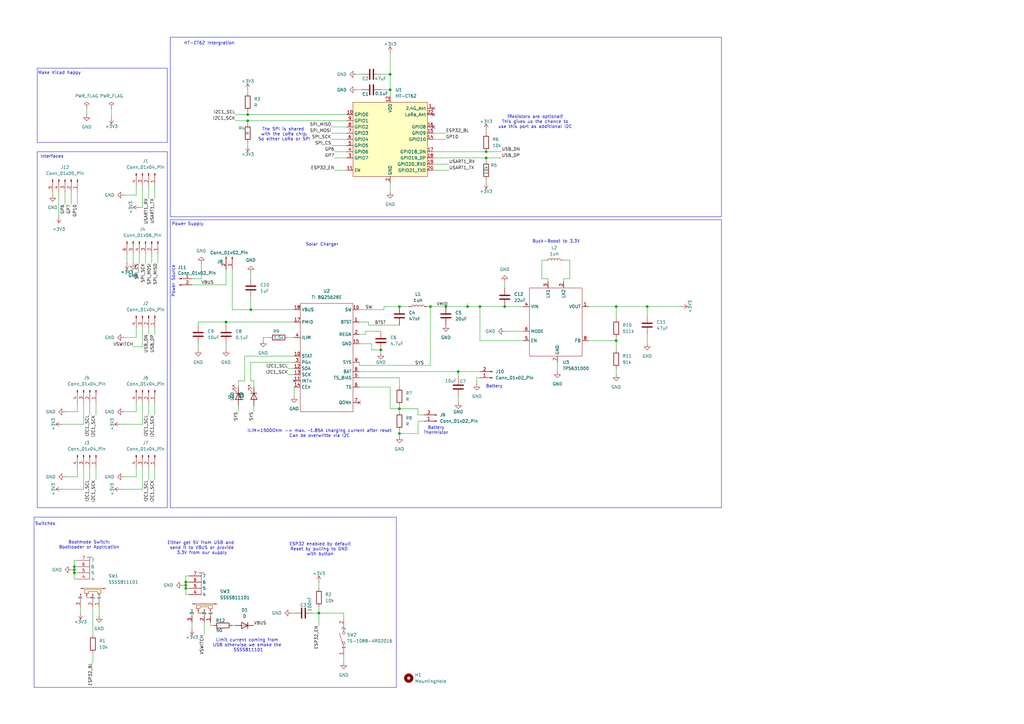
<source format=kicad_sch>
(kicad_sch (version 20250114) (generator "eeschema") (generator_version "9.0")
  (paper "A3")
  (rectangle (start 69.85 15.24) (end 295.91 88.9))
  (rectangle (start 15.24 27.94) (end 68.58 58.42))
  (rectangle (start 15.24 62.23) (end 68.58 208.28))
  (rectangle (start 69.85 90.17) (end 295.91 208.28))
  (rectangle (start 13.97 212.09) (end 162.56 281.94))
  (text "ILIM=1500Ohm -> max. ~1.85A charging current after reset\nCan be overwritte via I2C" (at 131.064 177.8 0) (effects (font (size 1.27 1.27))))
  (text "!Resistors are optional!\nThis gives us the chance to\nuse this port as additional I2C" (at 219.456 50.038 0) (effects (font (size 1.27 1.27))))
  (text "The SPI is shared \nwith the LoRa chip.\nSo either LoRa or SPI" (at 116.586 55.118 0) (effects (font (size 1.27 1.27))))
  (text "Power Source" (at 71.12 115.316 90) (effects (font (size 1.27 1.27))))
  (text "HT-CT62 Intergration" (at 85.852 17.78 0) (effects (font (size 1.27 1.27))))
  (text "Battery\nThermistor" (at 178.816 176.53 0) (effects (font (size 1.27 1.27))))
  (text "Power Supply" (at 76.962 91.948 0) (effects (font (size 1.27 1.27))))
  (text "Bootmode Switch:\nBootloader or Application" (at 36.576 223.52 0) (effects (font (size 1.27 1.27))))
  (text "Buck-Boost to 3.3V" (at 228.092 99.06 0) (effects (font (size 1.27 1.27))))
  (text "Limit current coming from \nUSB otherwise we smoke the \nSSSS811101" (at 101.854 264.668 0) (effects (font (size 1.27 1.27))))
  (text "Battery\n" (at 202.692 158.496 0) (effects (font (size 1.27 1.27))))
  (text "Interfaces" (at 21.336 64.262 0) (effects (font (size 1.27 1.27))))
  (text "ESP32 enabled by default\nReset by pulling to GND \nwith button" (at 131.318 225.298 0) (effects (font (size 1.27 1.27))))
  (text "Make Kicad happy" (at 24.384 29.972 0) (effects (font (size 1.27 1.27))))
  (text "Either get 5V from USB and \nsend it to VBUS or provide\n3.3V from our supply" (at 82.804 224.79 0) (effects (font (size 1.27 1.27))))
  (text "Switches" (at 18.542 214.884 0) (effects (font (size 1.27 1.27))))
  (text "Solar Charger " (at 132.588 100.33 0) (effects (font (size 1.27 1.27))))
  (junction (at 163.83 167.64))
  (junction (at 199.39 62.23))
  (junction (at 252.73 125.73))
  (junction (at 101.6 46.99))
  (junction (at 76.2 241.3))
  (junction (at 92.71 132.08))
  (junction (at 76.2 238.76))
  (junction (at 252.73 139.7))
  (junction (at 102.87 127))
  (junction (at 207.01 125.73))
  (junction (at 156.21 143.51))
  (junction (at 30.48 232.41))
  (junction (at 176.53 125.73))
  (junction (at 130.81 251.46))
  (junction (at 196.85 125.73))
  (junction (at 160.02 30.48))
  (junction (at 76.2 240.03))
  (junction (at 199.39 64.77))
  (junction (at 163.83 177.8))
  (junction (at 182.88 125.73))
  (junction (at 101.6 49.53))
  (junction (at 30.48 233.68))
  (junction (at 160.02 36.83))
  (junction (at 163.83 125.73))
  (junction (at 30.48 234.95))
  (junction (at 187.96 152.4))
  (junction (at 265.43 125.73))
  (junction (at 191.77 125.73))
  (no_connect (at 120.65 156.21))
  (no_connect (at 147.32 165.1))
  (no_connect (at 177.8 44.45))
  (no_connect (at 177.8 46.99))
  (no_connect (at 177.8 52.07))
  (wire (pts (xy 222.25 114.3) (xy 224.79 114.3)))
  (wire (pts (xy 171.45 172.72) (xy 173.99 172.72)))
  (wire (pts (xy 31.75 168.91) (xy 31.75 165.1)))
  (wire (pts (xy 49.53 173.99) (xy 58.42 173.99)))
  (wire (pts (xy 55.88 168.91) (xy 55.88 165.1)))
  (wire (pts (xy 62.23 104.14) (xy 62.23 107.95)))
  (wire (pts (xy 135.89 52.07) (xy 142.24 52.07)))
  (wire (pts (xy 177.8 62.23) (xy 199.39 62.23)))
  (wire (pts (xy 160.02 167.64) (xy 163.83 167.64)))
  (wire (pts (xy 199.39 62.23) (xy 205.74 62.23)))
  (wire (pts (xy 76.2 241.3) (xy 77.47 241.3)))
  (wire (pts (xy 33.02 248.92) (xy 33.02 251.46)))
  (wire (pts (xy 57.15 85.09) (xy 58.42 85.09)))
  (wire (pts (xy 160.02 36.83) (xy 160.02 39.37)))
  (wire (pts (xy 86.36 255.27) (xy 86.36 256.54)))
  (wire (pts (xy 39.37 191.77) (xy 39.37 196.85)))
  (wire (pts (xy 102.87 156.21) (xy 104.14 156.21)))
  (wire (pts (xy 146.05 36.83) (xy 148.59 36.83)))
  (wire (pts (xy 187.96 152.4) (xy 196.85 152.4)))
  (wire (pts (xy 151.13 133.35) (xy 151.13 132.08)))
  (wire (pts (xy 207.01 135.89) (xy 214.63 135.89)))
  (wire (pts (xy 82.55 114.3) (xy 82.55 107.95)))
  (wire (pts (xy 110.49 138.43) (xy 107.95 138.43)))
  (wire (pts (xy 92.71 132.08) (xy 92.71 133.35)))
  (wire (pts (xy 97.79 156.21) (xy 97.79 158.75)))
  (wire (pts (xy 163.83 133.35) (xy 151.13 133.35)))
  (wire (pts (xy 252.73 125.73) (xy 265.43 125.73)))
  (wire (pts (xy 137.16 64.77) (xy 142.24 64.77)))
  (wire (pts (xy 29.21 78.74) (xy 29.21 83.82)))
  (wire (pts (xy 130.81 251.46) (xy 130.81 256.54)))
  (wire (pts (xy 63.5 165.1) (xy 63.5 170.18)))
  (wire (pts (xy 76.2 236.22) (xy 76.2 238.76)))
  (wire (pts (xy 101.6 46.99) (xy 142.24 46.99)))
  (wire (pts (xy 137.16 69.85) (xy 142.24 69.85)))
  (wire (pts (xy 55.88 80.01) (xy 55.88 76.2)))
  (wire (pts (xy 160.02 30.48) (xy 160.02 36.83)))
  (wire (pts (xy 118.11 138.43) (xy 120.65 138.43)))
  (wire (pts (xy 76.2 238.76) (xy 76.2 240.03)))
  (wire (pts (xy 156.21 143.51) (xy 156.21 144.78)))
  (wire (pts (xy 40.64 248.92) (xy 40.64 252.73)))
  (wire (pts (xy 233.68 114.3) (xy 231.14 114.3)))
  (wire (pts (xy 26.67 168.91) (xy 31.75 168.91)))
  (wire (pts (xy 104.14 156.21) (xy 104.14 158.75)))
  (wire (pts (xy 252.73 138.43) (xy 252.73 139.7)))
  (wire (pts (xy 177.8 67.31) (xy 184.15 67.31)))
  (wire (pts (xy 101.6 49.53) (xy 101.6 50.8)))
  (wire (pts (xy 76.2 240.03) (xy 76.2 241.3)))
  (wire (pts (xy 102.87 111.76) (xy 102.87 114.3)))
  (wire (pts (xy 100.33 146.05) (xy 100.33 156.21)))
  (wire (pts (xy 86.36 256.54) (xy 87.63 256.54)))
  (wire (pts (xy 147.32 158.75) (xy 160.02 158.75)))
  (wire (pts (xy 207.01 115.57) (xy 207.01 118.11)))
  (wire (pts (xy 199.39 64.77) (xy 205.74 64.77)))
  (wire (pts (xy 60.96 191.77) (xy 60.96 196.85)))
  (wire (pts (xy 30.48 234.95) (xy 30.48 237.49)))
  (wire (pts (xy 30.48 234.95) (xy 31.75 234.95)))
  (wire (pts (xy 147.32 140.97) (xy 152.4 140.97)))
  (wire (pts (xy 241.3 125.73) (xy 252.73 125.73)))
  (wire (pts (xy 54.61 104.14) (xy 54.61 107.95)))
  (wire (pts (xy 156.21 36.83) (xy 160.02 36.83)))
  (wire (pts (xy 49.53 200.66) (xy 58.42 200.66)))
  (wire (pts (xy 163.83 125.73) (xy 167.64 125.73)))
  (wire (pts (xy 120.65 148.59) (xy 102.87 148.59)))
  (wire (pts (xy 137.16 62.23) (xy 142.24 62.23)))
  (wire (pts (xy 55.88 138.43) (xy 55.88 134.62)))
  (wire (pts (xy 223.52 106.68) (xy 222.25 106.68)))
  (wire (pts (xy 76.2 238.76) (xy 77.47 238.76)))
  (wire (pts (xy 38.1 267.97) (xy 38.1 271.78)))
  (wire (pts (xy 199.39 64.77) (xy 199.39 66.04)))
  (wire (pts (xy 120.65 132.08) (xy 92.71 132.08)))
  (wire (pts (xy 50.8 168.91) (xy 55.88 168.91)))
  (wire (pts (xy 60.96 165.1) (xy 60.96 170.18)))
  (wire (pts (xy 102.87 127) (xy 120.65 127)))
  (wire (pts (xy 176.53 149.86) (xy 176.53 125.73)))
  (wire (pts (xy 171.45 167.64) (xy 171.45 170.18)))
  (wire (pts (xy 149.86 135.89) (xy 156.21 135.89)))
  (wire (pts (xy 199.39 73.66) (xy 199.39 74.93)))
  (wire (pts (xy 30.48 233.68) (xy 30.48 234.95)))
  (wire (pts (xy 35.56 44.45) (xy 35.56 46.99)))
  (wire (pts (xy 140.97 251.46) (xy 130.81 251.46)))
  (wire (pts (xy 252.73 139.7) (xy 241.3 139.7)))
  (wire (pts (xy 45.72 44.45) (xy 45.72 48.26)))
  (wire (pts (xy 196.85 139.7) (xy 196.85 125.73)))
  (wire (pts (xy 63.5 76.2) (xy 63.5 81.28)))
  (wire (pts (xy 50.8 138.43) (xy 55.88 138.43)))
  (wire (pts (xy 152.4 143.51) (xy 156.21 143.51)))
  (wire (pts (xy 231.14 114.3) (xy 231.14 115.57)))
  (wire (pts (xy 130.81 238.76) (xy 130.81 241.3)))
  (wire (pts (xy 120.65 146.05) (xy 100.33 146.05)))
  (wire (pts (xy 92.71 140.97) (xy 92.71 143.51)))
  (wire (pts (xy 160.02 21.59) (xy 160.02 30.48)))
  (wire (pts (xy 58.42 142.24) (xy 54.61 142.24)))
  (wire (pts (xy 187.96 162.56) (xy 187.96 165.1)))
  (wire (pts (xy 21.59 80.01) (xy 21.59 78.74)))
  (wire (pts (xy 34.29 165.1) (xy 34.29 173.99)))
  (wire (pts (xy 58.42 165.1) (xy 58.42 173.99)))
  (wire (pts (xy 24.13 78.74) (xy 24.13 88.9)))
  (wire (pts (xy 199.39 53.34) (xy 199.39 54.61)))
  (wire (pts (xy 163.83 177.8) (xy 163.83 179.07)))
  (wire (pts (xy 135.89 59.69) (xy 142.24 59.69)))
  (wire (pts (xy 128.27 251.46) (xy 130.81 251.46)))
  (wire (pts (xy 191.77 124.46) (xy 191.77 125.73)))
  (wire (pts (xy 76.2 243.84) (xy 77.47 243.84)))
  (wire (pts (xy 191.77 125.73) (xy 196.85 125.73)))
  (wire (pts (xy 176.53 125.73) (xy 182.88 125.73)))
  (wire (pts (xy 147.32 132.08) (xy 151.13 132.08)))
  (wire (pts (xy 140.97 254) (xy 140.97 251.46)))
  (wire (pts (xy 95.25 110.49) (xy 95.25 127)))
  (wire (pts (xy 77.47 236.22) (xy 76.2 236.22)))
  (wire (pts (xy 30.48 232.41) (xy 31.75 232.41)))
  (wire (pts (xy 265.43 125.73) (xy 279.4 125.73)))
  (wire (pts (xy 78.74 255.27) (xy 78.74 257.81)))
  (wire (pts (xy 101.6 45.72) (xy 101.6 46.99)))
  (wire (pts (xy 81.28 132.08) (xy 81.28 133.35)))
  (wire (pts (xy 31.75 195.58) (xy 31.75 191.77)))
  (wire (pts (xy 182.88 125.73) (xy 191.77 125.73)))
  (wire (pts (xy 25.4 173.99) (xy 34.29 173.99)))
  (wire (pts (xy 64.77 104.14) (xy 64.77 107.95)))
  (wire (pts (xy 147.32 149.86) (xy 147.32 148.59)))
  (wire (pts (xy 156.21 30.48) (xy 160.02 30.48)))
  (wire (pts (xy 30.48 232.41) (xy 30.48 233.68)))
  (wire (pts (xy 107.95 138.43) (xy 107.95 139.7)))
  (wire (pts (xy 57.15 104.14) (xy 57.15 107.95)))
  (wire (pts (xy 171.45 170.18) (xy 173.99 170.18)))
  (wire (pts (xy 26.67 78.74) (xy 26.67 83.82)))
  (wire (pts (xy 233.68 106.68) (xy 233.68 114.3)))
  (wire (pts (xy 34.29 191.77) (xy 34.29 200.66)))
  (wire (pts (xy 147.32 137.16) (xy 149.86 137.16)))
  (wire (pts (xy 135.89 57.15) (xy 142.24 57.15)))
  (wire (pts (xy 160.02 158.75) (xy 160.02 167.64)))
  (wire (pts (xy 157.48 125.73) (xy 163.83 125.73)))
  (wire (pts (xy 63.5 191.77) (xy 63.5 196.85)))
  (wire (pts (xy 177.8 69.85) (xy 184.15 69.85)))
  (wire (pts (xy 177.8 57.15) (xy 182.88 57.15)))
  (wire (pts (xy 163.83 167.64) (xy 171.45 167.64)))
  (wire (pts (xy 92.71 110.49) (xy 92.71 116.84)))
  (wire (pts (xy 39.37 165.1) (xy 39.37 170.18)))
  (wire (pts (xy 92.71 132.08) (xy 81.28 132.08)))
  (wire (pts (xy 171.45 177.8) (xy 171.45 172.72)))
  (wire (pts (xy 265.43 137.16) (xy 265.43 140.97)))
  (wire (pts (xy 135.89 54.61) (xy 142.24 54.61)))
  (wire (pts (xy 265.43 125.73) (xy 265.43 129.54)))
  (wire (pts (xy 147.32 127) (xy 157.48 127)))
  (wire (pts (xy 29.21 233.68) (xy 30.48 233.68)))
  (wire (pts (xy 222.25 106.68) (xy 222.25 114.3)))
  (wire (pts (xy 30.48 237.49) (xy 31.75 237.49)))
  (wire (pts (xy 163.83 177.8) (xy 171.45 177.8)))
  (wire (pts (xy 36.83 191.77) (xy 36.83 196.85)))
  (wire (pts (xy 83.82 255.27) (xy 83.82 260.35)))
  (wire (pts (xy 195.58 157.48) (xy 195.58 154.94)))
  (wire (pts (xy 36.83 165.1) (xy 36.83 170.18)))
  (wire (pts (xy 101.6 36.83) (xy 101.6 38.1)))
  (wire (pts (xy 147.32 152.4) (xy 187.96 152.4)))
  (wire (pts (xy 63.5 134.62) (xy 63.5 137.16)))
  (wire (pts (xy 55.88 195.58) (xy 55.88 191.77)))
  (wire (pts (xy 157.48 127) (xy 157.48 125.73)))
  (wire (pts (xy 60.96 134.62) (xy 60.96 137.16)))
  (wire (pts (xy 207.01 125.73) (xy 214.63 125.73)))
  (wire (pts (xy 100.33 156.21) (xy 97.79 156.21)))
  (wire (pts (xy 224.79 114.3) (xy 224.79 115.57)))
  (wire (pts (xy 196.85 139.7) (xy 214.63 139.7)))
  (wire (pts (xy 163.83 176.53) (xy 163.83 177.8)))
  (wire (pts (xy 96.52 49.53) (xy 101.6 49.53)))
  (wire (pts (xy 195.58 154.94) (xy 196.85 154.94)))
  (wire (pts (xy 146.05 30.48) (xy 148.59 30.48)))
  (wire (pts (xy 74.93 240.03) (xy 76.2 240.03)))
  (wire (pts (xy 50.8 80.01) (xy 55.88 80.01)))
  (wire (pts (xy 38.1 248.92) (xy 38.1 260.35)))
  (wire (pts (xy 147.32 154.94) (xy 163.83 154.94)))
  (wire (pts (xy 231.14 106.68) (xy 233.68 106.68)))
  (wire (pts (xy 118.11 151.13) (xy 120.65 151.13)))
  (wire (pts (xy 78.74 114.3) (xy 82.55 114.3)))
  (wire (pts (xy 26.67 195.58) (xy 31.75 195.58)))
  (wire (pts (xy 175.26 125.73) (xy 176.53 125.73)))
  (wire (pts (xy 119.38 251.46) (xy 120.65 251.46)))
  (wire (pts (xy 81.28 140.97) (xy 81.28 143.51)))
  (wire (pts (xy 252.73 151.13) (xy 252.73 153.67)))
  (wire (pts (xy 187.96 152.4) (xy 187.96 154.94)))
  (wire (pts (xy 140.97 269.24) (xy 140.97 271.78)))
  (wire (pts (xy 228.6 148.59) (xy 228.6 152.4)))
  (wire (pts (xy 96.52 46.99) (xy 101.6 46.99)))
  (wire (pts (xy 95.25 127) (xy 102.87 127)))
  (wire (pts (xy 160.02 74.93) (xy 160.02 78.74)))
  (wire (pts (xy 60.96 76.2) (xy 60.96 81.28)))
  (wire (pts (xy 130.81 248.92) (xy 130.81 251.46)))
  (wire (pts (xy 163.83 154.94) (xy 163.83 158.75)))
  (wire (pts (xy 252.73 139.7) (xy 252.73 143.51)))
  (wire (pts (xy 163.83 167.64) (xy 163.83 166.37)))
  (wire (pts (xy 50.8 195.58) (xy 55.88 195.58)))
  (wire (pts (xy 102.87 121.92) (xy 102.87 127)))
  (wire (pts (xy 76.2 241.3) (xy 76.2 243.84)))
  (wire (pts (xy 101.6 58.42) (xy 101.6 59.69)))
  (wire (pts (xy 163.83 167.64) (xy 163.83 168.91)))
  (wire (pts (xy 58.42 191.77) (xy 58.42 200.66)))
  (wire (pts (xy 177.8 54.61) (xy 182.88 54.61)))
  (wire (pts (xy 104.14 166.37) (xy 104.14 168.91)))
  (wire (pts (xy 102.87 148.59) (xy 102.87 156.21)))
  (wire (pts (xy 118.11 153.67) (xy 120.65 153.67)))
  (wire (pts (xy 97.79 166.37) (xy 97.79 168.91)))
  (wire (pts (xy 147.32 149.86) (xy 176.53 149.86)))
  (wire (pts (xy 52.07 104.14) (xy 52.07 107.95)))
  (wire (pts (xy 58.42 134.62) (xy 58.42 142.24)))
  (wire (pts (xy 58.42 76.2) (xy 58.42 85.09)))
  (wire (pts (xy 59.69 104.14) (xy 59.69 107.95)))
  (wire (pts (xy 30.48 229.87) (xy 30.48 232.41)))
  (wire (pts (xy 196.85 125.73) (xy 207.01 125.73)))
  (wire (pts (xy 101.6 49.53) (xy 142.24 49.53)))
  (wire (pts (xy 78.74 116.84) (xy 92.71 116.84)))
  (wire (pts (xy 31.75 229.87) (xy 30.48 229.87)))
  (wire (pts (xy 149.86 137.16) (xy 149.86 135.89)))
  (wire (pts (xy 177.8 64.77) (xy 199.39 64.77)))
  (wire (pts (xy 31.75 78.74) (xy 31.75 83.82)))
  (wire (pts (xy 95.25 256.54) (xy 96.52 256.54)))
  (wire (pts (xy 25.4 200.66) (xy 34.29 200.66)))
  (wire (pts (xy 252.73 125.73) (xy 252.73 130.81)))
  (wire (pts (xy 152.4 140.97) (xy 152.4 143.51)))
  (wire (pts (xy 120.65 158.75) (xy 120.65 162.56)))
  (label "SPI_CS" (at 135.89 59.69 180))
  (label "ESP32_EN" (at 130.81 256.54 270))
  (label "GP10" (at 182.88 57.15 0))
  (label "SYS" (at 97.79 168.91 270))
  (label "USB_DN" (at 60.96 137.16 270))
  (label "GP7" (at 29.21 83.82 270))
  (label "SPI_SCK" (at 59.69 107.95 270))
  (label "I2C1_SCK" (at 63.5 196.85 270))
  (label "I2C1_SCK" (at 39.37 196.85 270))
  (label "GP6" (at 26.67 83.82 270))
  (label "USART1_TX" (at 184.15 69.85 0))
  (label "SPI_MISO" (at 64.77 107.95 270))
  (label "ESP32_BL" (at 182.88 54.61 0))
  (label "USART1_RX" (at 60.96 81.28 270))
  (label "SPI_MISO" (at 135.89 52.07 180))
  (label "ESP32_EN" (at 137.16 69.85 180))
  (label "USB_DP" (at 63.5 137.16 270))
  (label "GP10" (at 31.75 83.82 270))
  (label "SYS" (at 104.14 168.91 270))
  (label "VBUS" (at 104.14 256.54 0))
  (label "ESP32_BL" (at 38.1 271.78 270))
  (label "SPI_MOSI" (at 135.89 54.61 180))
  (label "GP6" (at 137.16 62.23 180))
  (label "VSWITCH" (at 54.61 142.24 180))
  (label "I2C1_SCL" (at 36.83 170.18 270))
  (label "I2C1_SCL" (at 96.52 46.99 180))
  (label "I2C1_SCK" (at 63.5 170.18 270))
  (label "I2C1_SCL" (at 118.11 151.13 180))
  (label "USB_DN" (at 205.74 62.23 0))
  (label "SPI_MOSI" (at 62.23 107.95 270))
  (label "SPI_CS" (at 57.15 107.95 270))
  (label "VSWITCH" (at 83.82 260.35 270))
  (label "I2C1_SCK" (at 96.52 49.53 180))
  (label "USART1_TX" (at 63.5 81.28 270))
  (label "I2C1_SCK" (at 39.37 170.18 270))
  (label "VMID" (at 179.07 125.73 0))
  (label "I2C1_SCL" (at 60.96 170.18 270))
  (label "VBUS" (at 82.55 116.84 0))
  (label "SYS" (at 170.18 149.86 0))
  (label "GP7" (at 137.16 64.77 180))
  (label "I2C1_SCL" (at 60.96 196.85 270))
  (label "SW" (at 149.86 127 0))
  (label "I2C1_SCK" (at 118.11 153.67 180))
  (label "USB_DP" (at 205.74 64.77 0))
  (label "I2C1_SCL" (at 36.83 196.85 270))
  (label "SPI_SCK" (at 135.89 57.15 180))
  (label "USART1_RX" (at 184.15 67.31 0))
  (label "BTST" (at 153.67 133.35 0))
  (symbol (lib_id "Device:R") (at 163.83 162.56 0) (unit 1)
    (property "Reference" "R7" (at 166.37 161.2899 0) (effects (justify left)))
    (property "Value" "R" (at 166.37 163.8299 0) (effects (justify left)))
    (property "Footprint" "Resistor_SMD:R_0603_1608Metric_Pad0.98x0.95mm_HandSolder" (effects (hide yes)))
    (property "Description" "Resistor" (effects (hide yes)))
  )
  (symbol (lib_id "Device:R") (at 114.3 138.43 90) (unit 1)
    (property "Reference" "R9" (at 113.284 135.89 90))
    (property "Value" "1.5k" (at 114.3 138.43 90))
    (property "Footprint" "Resistor_SMD:R_0603_1608Metric_Pad0.98x0.95mm_HandSolder" (effects (hide yes)))
    (property "Description" "Resistor" (effects (hide yes)))
  )
  (symbol (lib_id "power:PWR_FLAG") (at 45.72 44.45 0) (unit 1)
    (property "Reference" "#FLG01" (effects (hide yes)))
    (property "Value" "PWR_FLAG" (at 45.72 39.37 0))
    (property "Description" "Special symbol for telling ERC where power comes from" (effects (hide yes)))
  )
  (symbol (lib_id "power:GND") (at 40.64 252.73 0) (unit 1)
    (property "Reference" "#PWR07" (effects (hide yes)))
    (property "Value" "GND" (at 40.64 257.81 0))
    (property "Description" "Power symbol creates a global label with name \"GND\" , ground" (effects (hide yes)))
  )
  (symbol (lib_id "Device:R") (at 38.1 264.16 0) (unit 1)
    (property "Reference" "R1" (at 40.64 262.8899 0) (effects (justify left)))
    (property "Value" "10k" (at 40.64 265.4299 0) (effects (justify left)))
    (property "Footprint" "Resistor_SMD:R_0603_1608Metric_Pad0.98x0.95mm_HandSolder" (effects (hide yes)))
    (property "Description" "Resistor" (effects (hide yes)))
  )
  (symbol (lib_id "library:TI_BQ25628E") (at 116.84 121.92 0) (unit 1)
    (property "Reference" "U2" (at 133.985 119.38 0))
    (property "Value" "TI BQ25628E" (at 133.985 121.92 0))
    (property "Footprint" "library:BQ25622ERYKR" (effects (hide yes)))
  )
  (symbol (lib_id "power:GND") (at 107.95 139.7 0) (unit 1)
    (property "Reference" "#PWR041" (effects (hide yes)))
    (property "Value" "GND" (at 107.95 144.78 0))
    (property "Description" "Power symbol creates a global label with name \"GND\" , ground" (effects (hide yes)))
  )
  (symbol (lib_id "power:+3V3") (at 78.74 257.81 180) (unit 1)
    (property "Reference" "#PWR016" (effects (hide yes)))
    (property "Value" "+3V3" (at 78.74 261.366 0))
    (property "Description" "Power symbol creates a global label with name \"+3V3\"" (effects (hide yes)))
  )
  (symbol (lib_id "power:GND") (at 163.83 179.07 0) (unit 1)
    (property "Reference" "#PWR034" (effects (hide yes)))
    (property "Value" "GND" (at 163.83 184.15 0))
    (property "Description" "Power symbol creates a global label with name \"GND\" , ground" (effects (hide yes)))
  )
  (symbol (lib_id "power:+3V3") (at 52.07 107.95 180) (unit 1)
    (property "Reference" "#PWR018" (effects (hide yes)))
    (property "Value" "+3V3" (at 52.07 111.506 0))
    (property "Description" "Power symbol creates a global label with name \"+3V3\"" (effects (hide yes)))
  )
  (symbol (lib_id "Connector:Conn_01x02_Pin") (at 201.93 154.94 180) (unit 1)
    (property "Reference" "J10" (at 203.2 152.3999 0) (effects (justify right)))
    (property "Value" "Conn_01x02_Pin" (at 203.2 154.9399 0) (effects (justify right)))
    (property "Footprint" "Connector_JST:JST_PH_B2B-PH-K_1x02_P2.00mm_Vertical" (effects (hide yes)))
    (property "Description" "Generic connector, single row, 01x02, script generated" (effects (hide yes)))
  )
  (symbol (lib_id "Connector:Conn_01x04_Pin") (at 60.96 186.69 270) (unit 1)
    (property "Reference" "J7" (at 59.69 181.61 90))
    (property "Value" "Conn_01x04_Pin" (at 59.69 184.15 90))
    (property "Footprint" "Connector_JST:JST_PH_B4B-PH-K_1x04_P2.00mm_Vertical" (effects (hide yes)))
    (property "Description" "Generic connector, single row, 01x04, script generated" (effects (hide yes)))
  )
  (symbol (lib_id "Device:R") (at 252.73 147.32 0) (unit 1)
    (property "Reference" "R11" (at 255.27 146.0499 0) (effects (justify left)))
    (property "Value" "91k" (at 255.27 148.5899 0) (effects (justify left)))
    (property "Footprint" "Resistor_SMD:R_0603_1608Metric_Pad0.98x0.95mm_HandSolder" (effects (hide yes)))
    (property "Description" "Resistor" (effects (hide yes)))
  )
  (symbol (lib_id "power:GND") (at 195.58 157.48 0) (unit 1)
    (property "Reference" "#PWR035" (effects (hide yes)))
    (property "Value" "GND" (at 195.58 162.56 0))
    (property "Description" "Power symbol creates a global label with name \"GND\" , ground" (effects (hide yes)))
  )
  (symbol (lib_id "Device:R") (at 199.39 69.85 0) (unit 1)
    (property "Reference" "R5" (at 201.168 67.818 0) (effects (justify left)))
    (property "Value" "10k" (at 199.39 69.85 90))
    (property "Footprint" "Resistor_SMD:R_0603_1608Metric_Pad0.98x0.95mm_HandSolder" (effects (hide yes)))
    (property "Description" "Resistor" (effects (hide yes)))
  )
  (symbol (lib_id "Connector:Conn_01x06_Pin") (at 59.69 99.06 270) (unit 1)
    (property "Reference" "J4" (at 58.42 93.98 90))
    (property "Value" "Conn_01x06_Pin" (at 58.42 96.52 90))
    (property "Footprint" "Connector_JST:JST_PH_B6B-PH-K_1x06_P2.00mm_Vertical" (effects (hide yes)))
    (property "Description" "Generic connector, single row, 01x06, script generated" (effects (hide yes)))
  )
  (symbol (lib_id "power:GND") (at 146.05 36.83 270) (unit 1)
    (property "Reference" "#PWR03" (effects (hide yes)))
    (property "Value" "GND" (at 142.24 36.8299 90) (effects (justify right)))
    (property "Description" "Power symbol creates a global label with name \"GND\" , ground" (effects (hide yes)))
  )
  (symbol (lib_id "power:+3V3") (at 199.39 74.93 180) (unit 1)
    (property "Reference" "#PWR028" (effects (hide yes)))
    (property "Value" "+3V3" (at 199.39 78.486 0))
    (property "Description" "Power symbol creates a global label with name \"+3V3\"" (effects (hide yes)))
  )
  (symbol (lib_id "Device:C") (at 207.01 121.92 0) (unit 1)
    (property "Reference" "C12" (at 210.82 120.6499 0) (effects (justify left)))
    (property "Value" "22uF" (at 210.82 123.1899 0) (effects (justify left)))
    (property "Footprint" "Capacitor_SMD:C_0603_1608Metric_Pad1.08x0.95mm_HandSolder" (effects (hide yes)))
    (property "Description" "Unpolarized capacitor" (effects (hide yes)))
  )
  (symbol (lib_id "power:+3V3") (at 160.02 21.59 0) (unit 1)
    (property "Reference" "#PWR02" (effects (hide yes)))
    (property "Value" "+3V3" (at 160.02 18.034 0))
    (property "Description" "Power symbol creates a global label with name \"+3V3\"" (effects (hide yes)))
  )
  (symbol (lib_id "power:GND") (at 26.67 168.91 270) (unit 1)
    (property "Reference" "#PWR020" (effects (hide yes)))
    (property "Value" "GND" (at 22.86 168.9099 90) (effects (justify right)))
    (property "Description" "Power symbol creates a global label with name \"GND\" , ground" (effects (hide yes)))
  )
  (symbol (lib_id "Device:C") (at 182.88 129.54 180) (unit 1)
    (property "Reference" "C5" (at 186.69 128.2699 0) (effects (justify right)))
    (property "Value" "20uF" (at 186.69 130.8099 0) (effects (justify right)))
    (property "Footprint" "Capacitor_SMD:C_0603_1608Metric_Pad1.08x0.95mm_HandSolder" (effects (hide yes)))
    (property "Description" "Unpolarized capacitor" (effects (hide yes)))
  )
  (symbol (lib_id "Device:C") (at 152.4 30.48 90) (unit 1)
    (property "Reference" "C2" (at 149.86 32.258 90))
    (property "Value" "47uF" (at 158.496 32.258 90) (effects (justify left)))
    (property "Footprint" "Resistor_SMD:R_1206_3216Metric_Pad1.30x1.75mm_HandSolder" (effects (hide yes)))
    (property "Description" "Unpolarized capacitor" (effects (hide yes)))
  )
  (symbol (lib_id "Device:R") (at 130.81 245.11 0) (unit 1)
    (property "Reference" "R2" (at 133.35 243.8399 0) (effects (justify left)))
    (property "Value" "10k" (at 133.35 246.3799 0) (effects (justify left)))
    (property "Footprint" "Resistor_SMD:R_0603_1608Metric_Pad0.98x0.95mm_HandSolder" (effects (hide yes)))
    (property "Description" "Resistor" (effects (hide yes)))
  )
  (symbol (lib_id "power:GND") (at 119.38 251.46 270) (unit 1)
    (property "Reference" "#PWR029" (effects (hide yes)))
    (property "Value" "GND" (at 115.57 251.4599 90) (effects (justify right)))
    (property "Description" "Power symbol creates a global label with name \"GND\" , ground" (effects (hide yes)))
  )
  (symbol (lib_id "power:+3V3") (at 49.53 200.66 90) (unit 1)
    (property "Reference" "#PWR023" (effects (hide yes)))
    (property "Value" "+3V3" (at 45.974 200.66 0))
    (property "Description" "Power symbol creates a global label with name \"+3V3\"" (effects (hide yes)))
  )
  (symbol (lib_id "Device:LED") (at 104.14 162.56 270) (unit 1)
    (property "Reference" "D3" (at 97.536 162.306 90) (effects (justify left)))
    (property "Value" "LED" (at 99.06 162.56 0))
    (property "Footprint" "LED_SMD:LED_0805_2012Metric_Pad1.15x1.40mm_HandSolder" (effects (hide yes)))
    (property "Description" "Light emitting diode" (effects (hide yes)))
    (property "Sim.Pins" "1=K 2=A" (effects (hide yes)))
  )
  (symbol (lib_id "power:GND") (at 26.67 195.58 270) (unit 1)
    (property "Reference" "#PWR015" (effects (hide yes)))
    (property "Value" "GND" (at 22.86 195.5799 90) (effects (justify right)))
    (property "Description" "Power symbol creates a global label with name \"GND\" , ground" (effects (hide yes)))
  )
  (symbol (lib_id "power:GND") (at 92.71 143.51 0) (unit 1)
    (property "Reference" "#PWR038" (effects (hide yes)))
    (property "Value" "GND" (at 92.71 148.59 0))
    (property "Description" "Power symbol creates a global label with name \"GND\" , ground" (effects (hide yes)))
  )
  (symbol (lib_id "Device:L") (at 227.33 106.68 90) (unit 1)
    (property "Reference" "L2" (at 227.33 101.6 90))
    (property "Value" "1uH" (at 227.33 104.14 90))
    (property "Footprint" "Inductor_SMD:L_1008_2520Metric_Pad1.43x2.20mm_HandSolder" (effects (hide yes)))
    (property "Description" "Inductor" (effects (hide yes)))
  )
  (symbol (lib_id "Connector:Conn_01x02_Pin") (at 179.07 172.72 180) (unit 1)
    (property "Reference" "J9" (at 180.34 170.1799 0) (effects (justify right)))
    (property "Value" "Conn_01x02_Pin" (at 180.34 172.7199 0) (effects (justify right)))
    (property "Footprint" "Connector_JST:JST_PH_B2B-PH-K_1x02_P2.00mm_Vertical" (effects (hide yes)))
    (property "Description" "Generic connector, single row, 01x02, script generated" (effects (hide yes)))
  )
  (symbol (lib_id "power:GND") (at 50.8 168.91 270) (unit 1)
    (property "Reference" "#PWR022" (effects (hide yes)))
    (property "Value" "GND" (at 46.99 168.9099 90) (effects (justify right)))
    (property "Description" "Power symbol creates a global label with name \"GND\" , ground" (effects (hide yes)))
  )
  (symbol (lib_id "power:GND") (at 146.05 30.48 270) (unit 1)
    (property "Reference" "#PWR04" (effects (hide yes)))
    (property "Value" "GND" (at 142.24 30.4799 90) (effects (justify right)))
    (property "Description" "Power symbol creates a global label with name \"GND\" , ground" (effects (hide yes)))
  )
  (symbol (lib_id "power:GND") (at 140.97 271.78 0) (unit 1)
    (property "Reference" "#PWR010" (effects (hide yes)))
    (property "Value" "GND" (at 140.97 276.86 0))
    (property "Description" "Power symbol creates a global label with name \"GND\" , ground" (effects (hide yes)))
  )
  (symbol (lib_id "power:GND") (at 102.87 111.76 180) (unit 1)
    (property "Reference" "#PWR040" (effects (hide yes)))
    (property "Value" "GND" (at 102.87 106.68 0))
    (property "Description" "Power symbol creates a global label with name \"GND\" , ground" (effects (hide yes)))
  )
  (symbol (lib_id "power:+3V3") (at 101.6 36.83 0) (unit 1)
    (property "Reference" "#PWR026" (effects (hide yes)))
    (property "Value" "+3V3" (at 101.6 33.274 0))
    (property "Description" "Power symbol creates a global label with name \"+3V3\"" (effects (hide yes)))
  )
  (symbol (lib_id "power:GND") (at 156.21 144.78 0) (unit 1)
    (property "Reference" "#PWR033" (effects (hide yes)))
    (property "Value" "GND" (at 156.21 148.59 0))
    (property "Description" "Power symbol creates a global label with name \"GND\" , ground" (effects (hide yes)))
  )
  (symbol (lib_id "Device:R") (at 101.6 54.61 0) (unit 1)
    (property "Reference" "R4" (at 97.79 52.578 0) (effects (justify left)))
    (property "Value" "R" (at 101.6 54.61 90))
    (property "Footprint" "Resistor_SMD:R_0603_1608Metric_Pad0.98x0.95mm_HandSolder" (effects (hide yes)))
    (property "Description" "Resistor" (effects (hide yes)))
  )
  (symbol (lib_id "power:+3V3") (at 57.15 85.09 90) (unit 1)
    (property "Reference" "#PWR012" (effects (hide yes)))
    (property "Value" "+3V3" (at 53.594 85.09 0))
    (property "Description" "Power symbol creates a global label with name \"+3V3\"" (effects (hide yes)))
  )
  (symbol (lib_id "power:GND") (at 50.8 195.58 270) (unit 1)
    (property "Reference" "#PWR024" (effects (hide yes)))
    (property "Value" "GND" (at 46.99 195.5799 90) (effects (justify right)))
    (property "Description" "Power symbol creates a global label with name \"GND\" , ground" (effects (hide yes)))
  )
  (symbol (lib_id "power:GND") (at 29.21 233.68 270) (unit 1)
    (property "Reference" "#PWR05" (effects (hide yes)))
    (property "Value" "GND" (at 25.4 233.6799 90) (effects (justify right)))
    (property "Description" "Power symbol creates a global label with name \"GND\" , ground" (effects (hide yes)))
  )
  (symbol (lib_id "Device:LED") (at 97.79 162.56 270) (unit 1)
    (property "Reference" "D2" (at 93.472 162.814 90) (effects (justify left)))
    (property "Value" "LED" (at 95.25 162.56 0))
    (property "Footprint" "LED_SMD:LED_0805_2012Metric_Pad1.15x1.40mm_HandSolder" (effects (hide yes)))
    (property "Description" "Light emitting diode" (effects (hide yes)))
    (property "Sim.Pins" "1=K 2=A" (effects (hide yes)))
  )
  (symbol (lib_id "power:+3V3") (at 130.81 238.76 0) (unit 1)
    (property "Reference" "#PWR09" (effects (hide yes)))
    (property "Value" "+3V3" (at 130.81 235.204 0))
    (property "Description" "Power symbol creates a global label with name \"+3V3\"" (effects (hide yes)))
  )
  (symbol (lib_id "power:GND") (at 81.28 143.51 0) (unit 1)
    (property "Reference" "#PWR037" (effects (hide yes)))
    (property "Value" "GND" (at 81.28 148.59 0))
    (property "Description" "Power symbol creates a global label with name \"GND\" , ground" (effects (hide yes)))
  )
  (symbol (lib_id "power:GND") (at 182.88 133.35 0) (unit 1)
    (property "Reference" "#PWR032" (effects (hide yes)))
    (property "Value" "GND" (at 182.88 138.43 0))
    (property "Description" "Power symbol creates a global label with name \"GND\" , ground" (effects (hide yes)))
  )
  (symbol (lib_id "power:GND") (at 228.6 152.4 0) (unit 1)
    (property "Reference" "#PWR046" (effects (hide yes)))
    (property "Value" "GND" (at 228.6 157.48 0))
    (property "Description" "Power symbol creates a global label with name \"GND\" , ground" (effects (hide yes)))
  )
  (symbol (lib_id "power:GND") (at 54.61 107.95 0) (unit 1)
    (property "Reference" "#PWR017" (effects (hide yes)))
    (property "Value" "GND" (at 54.61 113.03 0))
    (property "Description" "Power symbol creates a global label with name \"GND\" , ground" (effects (hide yes)))
  )
  (symbol (lib_id "power:GND") (at 21.59 80.01 0) (unit 1)
    (property "Reference" "#PWR050" (effects (hide yes)))
    (property "Value" "GND" (at 21.59 85.09 0))
    (property "Description" "Power symbol creates a global label with name \"GND\" , ground" (effects (hide yes)))
  )
  (symbol (lib_id "Connector:Conn_01x04_Pin") (at 60.96 129.54 270) (unit 1)
    (property "Reference" "J2" (at 59.69 124.46 90))
    (property "Value" "Conn_01x04_Pin" (at 59.69 127 90))
    (property "Footprint" "Connector_JST:JST_PH_B4B-PH-K_1x04_P2.00mm_Vertical" (effects (hide yes)))
    (property "Description" "Generic connector, single row, 01x04, script generated" (effects (hide yes)))
  )
  (symbol (lib_id "power:GND") (at 207.01 135.89 270) (unit 1)
    (property "Reference" "#PWR049" (effects (hide yes)))
    (property "Value" "GND" (at 203.2 135.8899 90) (effects (justify right)))
    (property "Description" "Power symbol creates a global label with name \"GND\" , ground" (effects (hide yes)))
  )
  (symbol (lib_id "Connector:Conn_01x05_Pin") (at 26.67 73.66 270) (unit 1)
    (property "Reference" "J12" (at 26.67 68.58 90))
    (property "Value" "Conn_01x05_Pin" (at 26.67 71.12 90))
    (property "Footprint" "Connector_JST:JST_PH_B5B-PH-K_1x05_P2.00mm_Vertical" (effects (hide yes)))
    (property "Description" "Generic connector, single row, 01x05, script generated" (effects (hide yes)))
  )
  (symbol (lib_id "power:+3V3") (at 25.4 200.66 90) (unit 1)
    (property "Reference" "#PWR014" (effects (hide yes)))
    (property "Value" "+3V3" (at 21.844 200.66 0))
    (property "Description" "Power symbol creates a global label with name \"+3V3\"" (effects (hide yes)))
  )
  (symbol (lib_id "Device:C") (at 92.71 137.16 180) (unit 1)
    (property "Reference" "C8" (at 96.52 135.8899 0) (effects (justify right)))
    (property "Value" "0.1uF" (at 96.52 138.4299 0) (effects (justify right)))
    (property "Footprint" "Capacitor_SMD:C_0603_1608Metric_Pad1.08x0.95mm_HandSolder" (effects (hide yes)))
    (property "Description" "Unpolarized capacitor" (effects (hide yes)))
  )
  (symbol (lib_id "power:+3V3") (at 199.39 53.34 0) (unit 1)
    (property "Reference" "#PWR027" (effects (hide yes)))
    (property "Value" "+3V3" (at 199.39 49.784 0))
    (property "Description" "Power symbol creates a global label with name \"+3V3\"" (effects (hide yes)))
  )
  (symbol (lib_id "power:PWR_FLAG") (at 35.56 44.45 0) (unit 1)
    (property "Reference" "#FLG02" (effects (hide yes)))
    (property "Value" "PWR_FLAG" (at 35.56 39.37 0))
    (property "Description" "Special symbol for telling ERC where power comes from" (effects (hide yes)))
  )
  (symbol (lib_id "library:SSSS811101") (at 85.09 251.46 180) (unit 1)
    (property "Reference" "SW3" (at 90.17 242.5699 0) (effects (justify right)))
    (property "Value" "SSSS811101" (at 90.17 245.1099 0) (effects (justify right)))
    (property "Footprint" "library:SW-SMD_SSSS811101" (effects (hide yes)))
    (property "Datasheet" "https://lcsc.com/product-detail/Toggle-Switches_ALPS_SSSS811101_SSSS811101_C109335.html" (effects (hide yes)))
    (property "LCSC Part" "C109335" (effects (hide yes)))
  )
  (symbol (lib_id "power:GND") (at 252.73 153.67 0) (unit 1)
    (property "Reference" "#PWR045" (effects (hide yes)))
    (property "Value" "GND" (at 252.73 158.75 0))
    (property "Description" "Power symbol creates a global label with name \"GND\" , ground" (effects (hide yes)))
  )
  (symbol (lib_id "power:+3V3") (at 101.6 59.69 180) (unit 1)
    (property "Reference" "#PWR025" (effects (hide yes)))
    (property "Value" "+3V3" (at 101.6 63.246 0))
    (property "Description" "Power symbol creates a global label with name \"+3V3\"" (effects (hide yes)))
  )
  (symbol (lib_id "power:GND") (at 207.01 115.57 180) (unit 1)
    (property "Reference" "#PWR031" (effects (hide yes)))
    (property "Value" "GND" (at 207.01 110.49 0))
    (property "Description" "Power symbol creates a global label with name \"GND\" , ground" (effects (hide yes)))
  )
  (symbol (lib_id "Device:C") (at 152.4 36.83 90) (unit 1)
    (property "Reference" "C1" (at 149.86 38.608 90))
    (property "Value" "0.1uF" (at 159.258 38.354 90) (effects (justify left)))
    (property "Footprint" "Capacitor_SMD:C_0603_1608Metric_Pad1.08x0.95mm_HandSolder" (effects (hide yes)))
    (property "Description" "Unpolarized capacitor" (effects (hide yes)))
  )
  (symbol (lib_id "Device:C") (at 124.46 251.46 90) (unit 1)
    (property "Reference" "C3" (at 124.46 248.158 90))
    (property "Value" "100nF" (at 127 250.825 0) (effects (justify left)))
    (property "Footprint" "Capacitor_SMD:C_0603_1608Metric_Pad1.08x0.95mm_HandSolder" (effects (hide yes)))
    (property "Description" "Unpolarized capacitor" (effects (hide yes)))
  )
  (symbol (lib_id "Device:R") (at 91.44 256.54 90) (unit 1)
    (property "Reference" "R12" (at 90.424 254.508 90))
    (property "Value" "50" (at 89.916 258.572 90))
    (property "Footprint" "Resistor_SMD:R_0603_1608Metric_Pad0.98x0.95mm_HandSolder" (effects (hide yes)))
    (property "Description" "Resistor" (effects (hide yes)))
  )
  (symbol (lib_id "Connector:Conn_01x04_Pin") (at 60.96 160.02 270) (unit 1)
    (property "Reference" "J6" (at 59.69 154.94 90))
    (property "Value" "Conn_01x04_Pin" (at 59.69 157.48 90))
    (property "Footprint" "Connector_JST:JST_PH_B4B-PH-K_1x04_P2.00mm_Vertical" (effects (hide yes)))
    (property "Description" "Generic connector, single row, 01x04, script generated" (effects (hide yes)))
  )
  (symbol (lib_id "Device:C") (at 81.28 137.16 180) (unit 1)
    (property "Reference" "C9" (at 85.09 135.8899 0) (effects (justify right)))
    (property "Value" "10uF" (at 85.09 138.4299 0) (effects (justify right)))
    (property "Footprint" "Capacitor_SMD:C_0603_1608Metric_Pad1.08x0.95mm_HandSolder" (effects (hide yes)))
    (property "Description" "Unpolarized capacitor" (effects (hide yes)))
  )
  (symbol (lib_id "power:+3V3") (at 49.53 173.99 90) (unit 1)
    (property "Reference" "#PWR021" (effects (hide yes)))
    (property "Value" "+3V3" (at 45.974 173.99 0))
    (property "Description" "Power symbol creates a global label with name \"+3V3\"" (effects (hide yes)))
  )
  (symbol (lib_id "Device:L") (at 171.45 125.73 90) (unit 1)
    (property "Reference" "L1" (at 171.45 120.65 90))
    (property "Value" "1uH" (at 171.45 123.19 90))
    (property "Footprint" "Inductor_SMD:L_1008_2520Metric_Pad1.43x2.20mm_HandSolder" (effects (hide yes)))
    (property "Description" "Inductor" (effects (hide yes)))
  )
  (symbol (lib_id "Device:R") (at 163.83 172.72 0) (unit 1)
    (property "Reference" "R8" (at 166.37 171.4499 0) (effects (justify left)))
    (property "Value" "R" (at 166.37 173.9899 0) (effects (justify left)))
    (property "Footprint" "Resistor_SMD:R_0603_1608Metric_Pad0.98x0.95mm_HandSolder" (effects (hide yes)))
    (property "Description" "Resistor" (effects (hide yes)))
  )
  (symbol (lib_id "Connector:Conn_01x02_Pin") (at 73.66 114.3 0) (unit 1)
    (property "Reference" "J11" (at 74.676 109.728 0))
    (property "Value" "Conn_01x02_Pin" (at 80.772 112.014 0))
    (property "Footprint" "Connector_JST:JST_PH_B2B-PH-K_1x02_P2.00mm_Vertical" (effects (hide yes)))
    (property "Description" "Generic connector, single row, 01x02, script generated" (effects (hide yes)))
  )
  (symbol (lib_id "Device:C") (at 265.43 133.35 0) (unit 1)
    (property "Reference" "C11" (at 269.24 132.0799 0) (effects (justify left)))
    (property "Value" "47uF" (at 269.24 134.6199 0) (effects (justify left)))
    (property "Footprint" "Capacitor_SMD:C_0603_1608Metric_Pad1.08x0.95mm_HandSolder" (effects (hide yes)))
    (property "Description" "Unpolarized capacitor" (effects (hide yes)))
  )
  (symbol (lib_id "library:TS-1088-AR02016") (at 140.97 261.62 90) (unit 1)
    (property "Reference" "SW2" (at 142.24 260.3499 90) (effects (justify right)))
    (property "Value" "TS-1088-AR02016" (at 142.24 262.8899 90) (effects (justify right)))
    (property "Footprint" "library:SW-SMD_L3.9-W3.0-P4.45" (effects (hide yes)))
    (property "Datasheet" "https://lcsc.com/product-detail/Tactile-Switches_XUNPU-TS-1088-AR02016_C720477.html" (effects (hide yes)))
    (property "LCSC Part" "C720477" (effects (hide yes)))
  )
  (symbol (lib_id "power:+3V3") (at 45.72 48.26 180) (unit 1)
    (property "Reference" "#PWR043" (effects (hide yes)))
    (property "Value" "+3V3" (at 45.72 51.816 0))
    (property "Description" "Power symbol creates a global label with name \"+3V3\"" (effects (hide yes)))
  )
  (symbol (lib_id "power:+3V3") (at 25.4 173.99 90) (unit 1)
    (property "Reference" "#PWR019" (effects (hide yes)))
    (property "Value" "+3V3" (at 21.844 173.99 0))
    (property "Description" "Power symbol creates a global label with name \"+3V3\"" (effects (hide yes)))
  )
  (symbol (lib_id "RF_Module:HT-CT62") (at 160.02 57.15 0) (unit 1)
    (property "Reference" "U1" (at 162.1633 36.83 0) (effects (justify left)))
    (property "Value" "HT-CT62" (at 162.1633 39.37 0) (effects (justify left)))
    (property "Footprint" "RF_Module:Heltec_HT-CT62" (effects (hide yes)))
    (property "Datasheet" "https://resource.heltec.cn/download/HT-CT62/HT-CT62(Rev1.1).pdf" (effects (hide yes)))
    (property "Description" "LoRa/LoRaWAN node module with ESP32-C3 and SX1262" (effects (hide yes)))
  )
  (symbol (lib_id "Mechanical:MountingHole") (at 167.64 278.13 0) (unit 1) (in_bom no)
    (property "Reference" "H1" (at 170.18 276.8599 0) (effects (justify left)))
    (property "Value" "MountingHole" (at 170.18 279.3999 0) (effects (justify left)))
    (property "Footprint" "MountingHole:MountingHole_3.2mm_M3" (effects (hide yes)))
    (property "Description" "Mounting Hole without connection" (effects (hide yes)))
  )
  (symbol (lib_id "library:TI_TPS631000") (at 212.09 105.41 0) (unit 1)
    (property "Reference" "U3" (at 230.7433 148.59 0) (effects (justify left)))
    (property "Value" "TPS631000" (at 230.7433 151.13 0) (effects (justify left)))
    (property "Footprint" "Package_TO_SOT_SMD:SOT-583-8" (effects (hide yes)))
  )
  (symbol (lib_id "power:+3V3") (at 33.02 251.46 180) (unit 1)
    (property "Reference" "#PWR06" (effects (hide yes)))
    (property "Value" "+3V3" (at 33.02 255.016 0))
    (property "Description" "Power symbol creates a global label with name \"+3V3\"" (effects (hide yes)))
  )
  (symbol (lib_id "Device:R") (at 101.6 41.91 0) (unit 1)
    (property "Reference" "R3" (at 104.14 40.6399 0) (effects (justify left)))
    (property "Value" "R" (at 104.14 43.1799 0) (effects (justify left)))
    (property "Footprint" "Resistor_SMD:R_0603_1608Metric_Pad0.98x0.95mm_HandSolder" (effects (hide yes)))
    (property "Description" "Resistor" (effects (hide yes)))
  )
  (symbol (lib_id "Device:C") (at 102.87 118.11 180) (unit 1)
    (property "Reference" "C10" (at 106.68 116.8399 0) (effects (justify right)))
    (property "Value" "1uF" (at 106.68 119.3799 0) (effects (justify right)))
    (property "Footprint" "Capacitor_SMD:C_0603_1608Metric_Pad1.08x0.95mm_HandSolder" (effects (hide yes)))
    (property "Description" "Unpolarized capacitor" (effects (hide yes)))
  )
  (symbol (lib_id "Device:C") (at 187.96 158.75 180) (unit 1)
    (property "Reference" "C7" (at 188.468 156.464 0) (effects (justify right)))
    (property "Value" "10uF" (at 187.325 156.21 0) (effects (justify left)))
    (property "Footprint" "Capacitor_SMD:C_0603_1608Metric_Pad1.08x0.95mm_HandSolder" (effects (hide yes)))
    (property "Description" "Unpolarized capacitor" (effects (hide yes)))
  )
  (symbol (lib_id "power:GND") (at 265.43 140.97 0) (unit 1)
    (property "Reference" "#PWR047" (effects (hide yes)))
    (property "Value" "GND" (at 265.43 146.05 0))
    (property "Description" "Power symbol creates a global label with name \"GND\" , ground" (effects (hide yes)))
  )
  (symbol (lib_id "Device:D") (at 100.33 256.54 180) (unit 1)
    (property "Reference" "D1" (at 100.33 250.19 0))
    (property "Value" "D" (at 100.33 252.73 0))
    (property "Footprint" "Diode_SMD:D_SOD-323_HandSoldering" (effects (hide yes)))
    (property "Description" "Diode" (effects (hide yes)))
    (property "Sim.Device" "D" (effects (hide yes)))
    (property "Sim.Pins" "1=K 2=A" (effects (hide yes)))
  )
  (symbol (lib_id "power:GND") (at 160.02 78.74 0) (unit 1)
    (property "Reference" "#PWR01" (effects (hide yes)))
    (property "Value" "GND" (at 160.02 83.82 0))
    (property "Description" "Power symbol creates a global label with name \"GND\" , ground" (effects (hide yes)))
  )
  (symbol (lib_id "power:GND") (at 82.55 107.95 180) (unit 1)
    (property "Reference" "#PWR039" (effects (hide yes)))
    (property "Value" "GND" (at 82.55 102.87 0))
    (property "Description" "Power symbol creates a global label with name \"GND\" , ground" (effects (hide yes)))
  )
  (symbol (lib_id "Device:C") (at 156.21 139.7 180) (unit 1)
    (property "Reference" "C6" (at 160.02 138.4299 0) (effects (justify right)))
    (property "Value" "4.7uF" (at 160.02 140.9699 0) (effects (justify right)))
    (property "Footprint" "Capacitor_SMD:C_0603_1608Metric_Pad1.08x0.95mm_HandSolder" (effects (hide yes)))
    (property "Description" "Unpolarized capacitor" (effects (hide yes)))
  )
  (symbol (lib_id "Connector:Conn_01x04_Pin") (at 36.83 160.02 270) (unit 1)
    (property "Reference" "J5" (at 35.56 154.94 90))
    (property "Value" "Conn_01x04_Pin" (at 35.56 157.48 90))
    (property "Footprint" "Connector_JST:JST_PH_B4B-PH-K_1x04_P2.00mm_Vertical" (effects (hide yes)))
    (property "Description" "Generic connector, single row, 01x04, script generated" (effects (hide yes)))
  )
  (symbol (lib_id "power:GND") (at 50.8 80.01 270) (unit 1)
    (property "Reference" "#PWR011" (effects (hide yes)))
    (property "Value" "GND" (at 46.99 80.0099 90) (effects (justify right)))
    (property "Description" "Power symbol creates a global label with name \"GND\" , ground" (effects (hide yes)))
  )
  (symbol (lib_id "Connector:Conn_01x02_Pin") (at 95.25 105.41 270) (unit 1)
    (property "Reference" "J8" (at 91.44 107.3151 90) (effects (justify right)))
    (property "Value" "Conn_01x02_Pin" (at 101.854 103.632 90) (effects (justify right)))
    (property "Footprint" "Connector_PinHeader_2.54mm:PinHeader_1x02_P2.54mm_Vertical" (effects (hide yes)))
    (property "Description" "Generic connector, single row, 01x02, script generated" (effects (hide yes)))
  )
  (symbol (lib_id "power:+3V3") (at 279.4 125.73 270) (unit 1)
    (property "Reference" "#PWR048" (effects (hide yes)))
    (property "Value" "+3V3" (at 282.956 125.73 0))
    (property "Description" "Power symbol creates a global label with name \"+3V3\"" (effects (hide yes)))
  )
  (symbol (lib_id "Device:C") (at 163.83 129.54 180) (unit 1)
    (property "Reference" "C4" (at 167.64 128.2699 0) (effects (justify right)))
    (property "Value" "47nF" (at 167.64 130.8099 0) (effects (justify right)))
    (property "Footprint" "Capacitor_SMD:C_0603_1608Metric_Pad1.08x0.95mm_HandSolder" (effects (hide yes)))
    (property "Description" "Unpolarized capacitor" (effects (hide yes)))
  )
  (symbol (lib_id "Connector:Conn_01x04_Pin") (at 36.83 186.69 270) (unit 1)
    (property "Reference" "J3" (at 35.56 181.61 90))
    (property "Value" "Conn_01x04_Pin" (at 35.56 184.15 90))
    (property "Footprint" "Connector_JST:JST_PH_B4B-PH-K_1x04_P2.00mm_Vertical" (effects (hide yes)))
    (property "Description" "Generic connector, single row, 01x04, script generated" (effects (hide yes)))
  )
  (symbol (lib_id "Device:R") (at 252.73 134.62 0) (unit 1)
    (property "Reference" "R10" (at 255.27 133.3499 0) (effects (justify left)))
    (property "Value" "511k" (at 255.27 135.8899 0) (effects (justify left)))
    (property "Footprint" "Resistor_SMD:R_0603_1608Metric_Pad0.98x0.95mm_HandSolder" (effects (hide yes)))
    (property "Description" "Resistor" (effects (hide yes)))
  )
  (symbol (lib_id "power:GND") (at 74.93 240.03 270) (unit 1)
    (property "Reference" "#PWR08" (effects (hide yes)))
    (property "Value" "GND" (at 71.12 240.0299 90) (effects (justify right)))
    (property "Description" "Power symbol creates a global label with name \"GND\" , ground" (effects (hide yes)))
  )
  (symbol (lib_id "power:GND") (at 187.96 165.1 0) (unit 1)
    (property "Reference" "#PWR036" (effects (hide yes)))
    (property "Value" "GND" (at 187.96 168.91 0))
    (property "Description" "Power symbol creates a global label with name \"GND\" , ground" (effects (hide yes)))
  )
  (symbol (lib_id "power:GND") (at 50.8 138.43 270) (unit 1)
    (property "Reference" "#PWR013" (effects (hide yes)))
    (property "Value" "GND" (at 46.99 138.4299 90) (effects (justify right)))
    (property "Description" "Power symbol creates a global label with name \"GND\" , ground" (effects (hide yes)))
  )
  (symbol (lib_id "power:GND") (at 35.56 46.99 0) (unit 1)
    (property "Reference" "#PWR044" (effects (hide yes)))
    (property "Value" "GND" (at 35.56 52.07 0))
    (property "Description" "Power symbol creates a global label with name \"GND\" , ground" (effects (hide yes)))
  )
  (symbol (lib_id "power:GND") (at 120.65 162.56 0) (unit 1)
    (property "Reference" "#PWR042" (effects (hide yes)))
    (property "Value" "GND" (at 120.65 167.64 0))
    (property "Description" "Power symbol creates a global label with name \"GND\" , ground" (effects (hide yes)))
  )
  (symbol (lib_id "power:+3V3") (at 24.13 88.9 180) (unit 1)
    (property "Reference" "#PWR030" (effects (hide yes)))
    (property "Value" "+3V3" (at 24.13 93.98 0))
    (property "Description" "Power symbol creates a global label with name \"+3V3\"" (effects (hide yes)))
  )
  (symbol (lib_id "Device:R") (at 199.39 58.42 0) (unit 1)
    (property "Reference" "R6" (at 201.93 57.1499 0) (effects (justify left)))
    (property "Value" "10k" (at 201.93 59.6899 0) (effects (justify left)))
    (property "Footprint" "Resistor_SMD:R_0603_1608Metric_Pad0.98x0.95mm_HandSolder" (effects (hide yes)))
    (property "Description" "Resistor" (effects (hide yes)))
  )
  (symbol (lib_id "Connector:Conn_01x04_Pin") (at 60.96 71.12 270) (unit 1)
    (property "Reference" "J1" (at 59.69 66.04 90))
    (property "Value" "Conn_01x04_Pin" (at 59.69 68.58 90))
    (property "Footprint" "Connector_JST:JST_PH_B4B-PH-K_1x04_P2.00mm_Vertical" (effects (hide yes)))
    (property "Description" "Generic connector, single row, 01x04, script generated" (effects (hide yes)))
  )
  (symbol (lib_id "library:SSSS811101") (at 39.37 245.11 180) (unit 1)
    (property "Reference" "SW1" (at 44.45 236.2199 0) (effects (justify right)))
    (property "Value" "SSSS811101" (at 44.45 238.7599 0) (effects (justify right)))
    (property "Footprint" "library:SW-SMD_SSSS811101" (effects (hide yes)))
    (property "Datasheet" "https://lcsc.com/product-detail/Toggle-Switches_ALPS_SSSS811101_SSSS811101_C109335.html" (effects (hide yes)))
    (property "LCSC Part" "C109335" (effects (hide yes)))
  )
)
</source>
